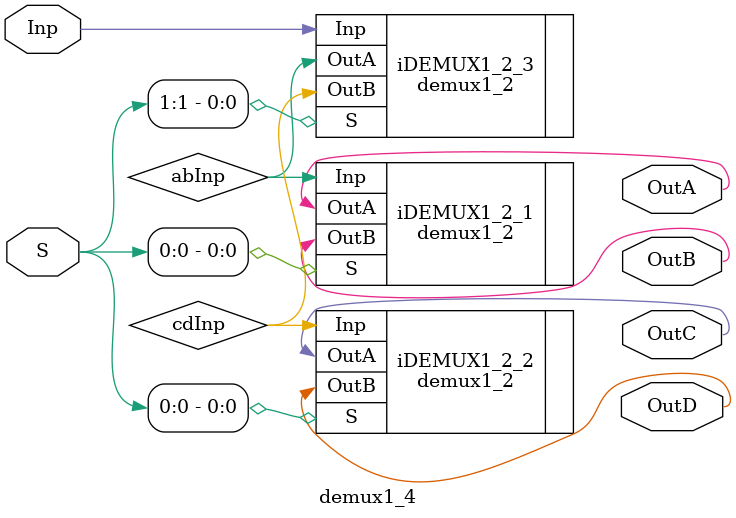
<source format=v>
module demux1_4(Inp, S, OutA, OutB, OutC, OutD);

input Inp;
input [1:0] S;
output OutA, OutB, OutC, OutD;

wire abInp, cdInp;

demux1_2 iDEMUX1_2_3(.Inp(Inp), .S(S[1]), .OutA(abInp), .OutB(cdInp));
demux1_2 iDEMUX1_2_1(.Inp(abInp), .S(S[0]), .OutA(OutA), .OutB(OutB));
demux1_2 iDEMUX1_2_2(.Inp(cdInp), .S(S[0]), .OutA(OutC), .OutB(OutD));

//demux1_2 iDEMUX1_2_4(.Inp(Inp), .S(S[0]), .OutA(OutB), .OutB(OutD));

endmodule

</source>
